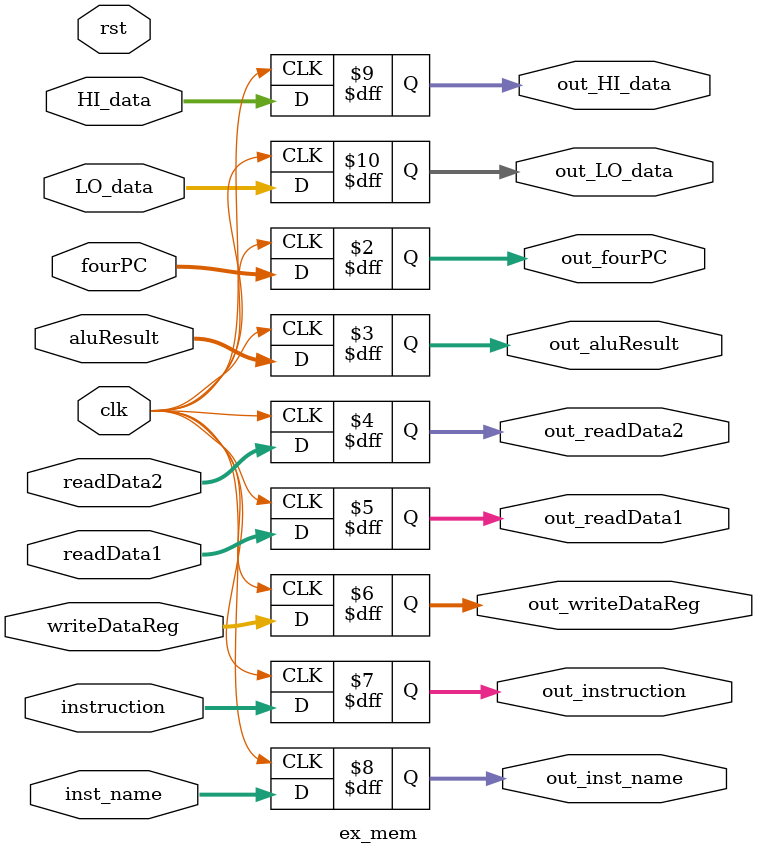
<source format=v>
/**
 * Ex与MEM之间的寄存器模块
 * @author AshinZ
 * @time   2020-4-26
*/

module ex_mem(clk,rst,fourPC,//传时钟和pc+4
aluResult,readData2,readData1,writeDataReg,//beq的跳转地�?? alu的zero和运算结�??
//寄存器输出的第二个数 要写入的寄存器地�??
instruction,inst_name,HI_data,LO_data,
out_aluResult,out_readData2,out_readData1,out_writeDataReg,out_fourPC
,out_instruction,out_inst_name,out_HI_data,out_LO_data
);

    input           clk;
    input           rst;
    input  [31:0]   fourPC;
    input  [31:0]   aluResult;
    input  [31:0]   readData2;
    input  [31:0]   readData1;
    input  [4:0]    writeDataReg;
    input  [31:0]   instruction;
    input  [7:0]    inst_name;
    input  [31:0]   HI_data;
    input  [31:0]   LO_data;

    output reg [31:0]   out_fourPC;
    output reg [31:0]   out_aluResult;
    output reg [31:0]   out_readData2;
    output reg [31:0]   out_readData1;
    output reg [4:0]    out_writeDataReg;
    output reg [31:0]   out_instruction;
    output reg [7:0]    out_inst_name;
    output reg [31:0]   out_HI_data;
    output reg [31:0]   out_LO_data;

    always @(posedge clk)
        begin
            out_fourPC <= fourPC;
            out_instruction <= instruction;
            out_aluResult <= aluResult;
            out_readData2 <= readData2;
            out_readData1 <= readData1;
            out_writeDataReg <= writeDataReg;
            out_inst_name <= inst_name;
            out_HI_data <= HI_data;
            out_LO_data <= LO_data;
        end
endmodule
</source>
